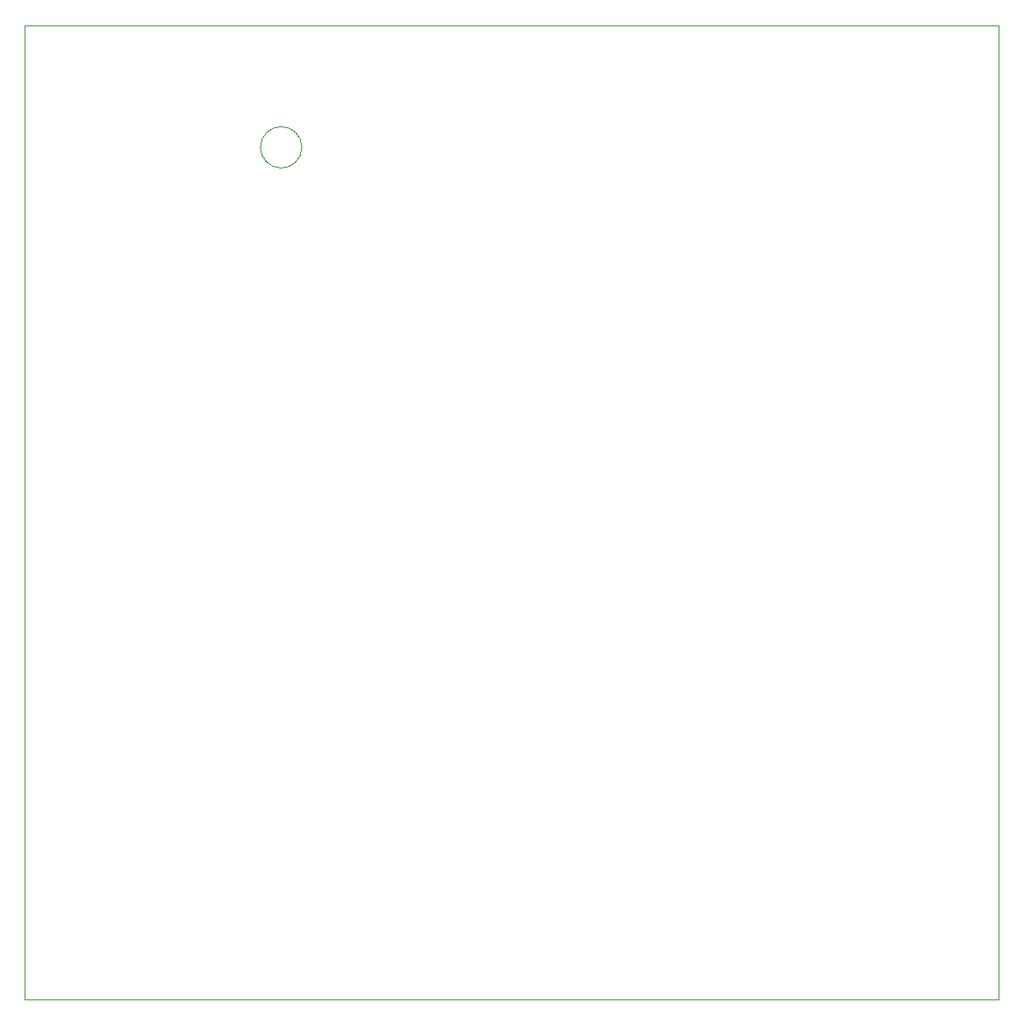
<source format=gbr>
%TF.GenerationSoftware,Altium Limited,Altium Designer,20.2.4 (192)*%
G04 Layer_Color=16711935*
%FSLAX26Y26*%
%MOIN*%
%TF.SameCoordinates,E583F5DD-14CA-44D8-B3B7-8EACC7EC20E5*%
%TF.FilePolarity,Positive*%
%TF.FileFunction,Keep-out,Top*%
%TF.Part,Single*%
G01*
G75*
%TA.AperFunction,NonConductor*%
%ADD76C,0.003937*%
D76*
X973639Y3157033D02*
G03*
X1052379Y3235773I0J78740D01*
G01*
D02*
G03*
X973639Y3314513I-78740J0D01*
G01*
D02*
G03*
X894898Y3235773I0J-78740D01*
G01*
D02*
G03*
X973639Y3157033I78740J0D01*
G01*
X0Y0D02*
Y3700000D01*
X3700000D01*
Y0D02*
Y3700000D01*
X0Y0D02*
X3700000D01*
%TF.MD5,1811fae2c897e9720ea88dc17684ee68*%
M02*

</source>
